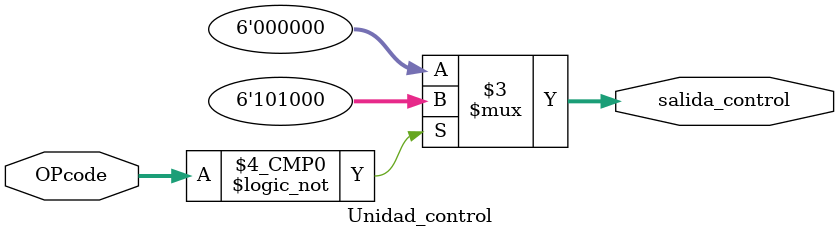
<source format=v>

module Unidad_control(
    input wire [5:0]  OPcode,
    output reg [5:0]  salida_control
);

//Salida control bits (modificaciones a futuro)
//5      RegWrite -> BR
//4 3 2  ALUcontrol
//1		 MemToWrite -> MemDatos
//0		 MemToReg	-> Multiplexor

always@(*) 
	begin
		case (OPcode)
			6'b000000:  salida_control = 6'b1_010_0_0;		// Opcode de instrucciones tipo R
			//Otras opciones a modificarse.
			default: salida_control = 6'd0;       			// Por defecto, salida en 0
		endcase
	end
endmodule




</source>
